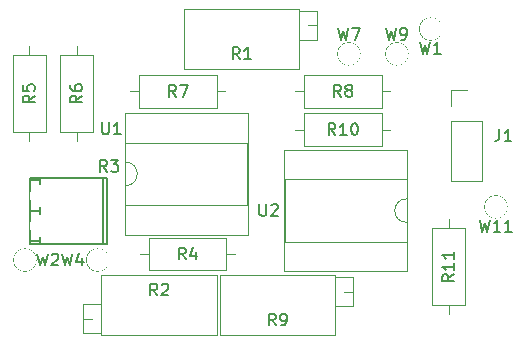
<source format=gto>
G04 #@! TF.GenerationSoftware,KiCad,Pcbnew,(5.1.4)-1*
G04 #@! TF.CreationDate,2019-09-10T00:12:13+02:00*
G04 #@! TF.ProjectId,RTD,5254442e-6b69-4636-9164-5f7063625858,1.2*
G04 #@! TF.SameCoordinates,PXe4e1c0PY29f6300*
G04 #@! TF.FileFunction,Legend,Top*
G04 #@! TF.FilePolarity,Positive*
%FSLAX46Y46*%
G04 Gerber Fmt 4.6, Leading zero omitted, Abs format (unit mm)*
G04 Created by KiCad (PCBNEW (5.1.4)-1) date 2019-09-10 00:12:13*
%MOMM*%
%LPD*%
G04 APERTURE LIST*
%ADD10C,0.120000*%
%ADD11C,0.150000*%
%ADD12C,1.900000*%
%ADD13O,2.000000X2.000000*%
%ADD14R,2.000000X2.000000*%
%ADD15C,2.000000*%
%ADD16C,1.840000*%
%ADD17R,2.398980X2.398980*%
%ADD18O,2.398980X2.398980*%
%ADD19O,2.100000X2.100000*%
%ADD20R,2.100000X2.100000*%
%ADD21C,3.100000*%
G04 APERTURE END LIST*
D10*
X42465000Y11996000D02*
G75*
G03X42465000Y11996000I-950000J0D01*
G01*
X34083000Y24950000D02*
G75*
G03X34083000Y24950000I-950000J0D01*
G01*
X30019000Y24950000D02*
G75*
G03X30019000Y24950000I-950000J0D01*
G01*
X8746500Y7487500D02*
G75*
G03X8746500Y7487500I-950000J0D01*
G01*
X2587000Y7487500D02*
G75*
G03X2587000Y7487500I-950000J0D01*
G01*
X36940500Y27045500D02*
G75*
G03X36940500Y27045500I-950000J0D01*
G01*
X34015000Y6538500D02*
X34015000Y16818500D01*
X23615000Y6538500D02*
X34015000Y6538500D01*
X23615000Y16818500D02*
X23615000Y6538500D01*
X34015000Y16818500D02*
X23615000Y16818500D01*
X33955000Y9028500D02*
X33955000Y10678500D01*
X23675000Y9028500D02*
X33955000Y9028500D01*
X23675000Y14328500D02*
X23675000Y9028500D01*
X33955000Y14328500D02*
X23675000Y14328500D01*
X33955000Y12678500D02*
X33955000Y14328500D01*
X33955000Y10678500D02*
G75*
G02X33955000Y12678500I0J1000000D01*
G01*
X10089500Y19930000D02*
X10089500Y9650000D01*
X20489500Y19930000D02*
X10089500Y19930000D01*
X20489500Y9650000D02*
X20489500Y19930000D01*
X10089500Y9650000D02*
X20489500Y9650000D01*
X10149500Y17440000D02*
X10149500Y15790000D01*
X20429500Y17440000D02*
X10149500Y17440000D01*
X20429500Y12140000D02*
X20429500Y17440000D01*
X10149500Y12140000D02*
X20429500Y12140000D01*
X10149500Y13790000D02*
X10149500Y12140000D01*
X10149500Y15790000D02*
G75*
G02X10149500Y13790000I0J-1000000D01*
G01*
X37514500Y2876000D02*
X37514500Y3646000D01*
X37514500Y10956000D02*
X37514500Y10186000D01*
X38884500Y3646000D02*
X38884500Y10186000D01*
X36144500Y3646000D02*
X38884500Y3646000D01*
X36144500Y10186000D02*
X36144500Y3646000D01*
X38884500Y10186000D02*
X36144500Y10186000D01*
X24521000Y18536500D02*
X25291000Y18536500D01*
X32601000Y18536500D02*
X31831000Y18536500D01*
X25291000Y17166500D02*
X31831000Y17166500D01*
X25291000Y19906500D02*
X25291000Y17166500D01*
X31831000Y19906500D02*
X25291000Y19906500D01*
X31831000Y17166500D02*
X31831000Y19906500D01*
X29441500Y4817500D02*
X28682500Y4817500D01*
X27922500Y3602500D02*
X27922500Y6032500D01*
X29441500Y3602500D02*
X29441500Y6032500D01*
X29441500Y6032500D02*
X27922500Y6032500D01*
X29441500Y3602500D02*
X27922500Y3602500D01*
X18151500Y1137500D02*
X18151500Y6207500D01*
X27921500Y1137500D02*
X27921500Y6207500D01*
X27921500Y6207500D02*
X18151500Y6207500D01*
X27921500Y1137500D02*
X18151500Y1137500D01*
X24521000Y21775000D02*
X25291000Y21775000D01*
X32601000Y21775000D02*
X31831000Y21775000D01*
X25291000Y20405000D02*
X31831000Y20405000D01*
X25291000Y23145000D02*
X25291000Y20405000D01*
X31831000Y23145000D02*
X25291000Y23145000D01*
X31831000Y20405000D02*
X31831000Y23145000D01*
X10551000Y21775000D02*
X11321000Y21775000D01*
X18631000Y21775000D02*
X17861000Y21775000D01*
X11321000Y20405000D02*
X17861000Y20405000D01*
X11321000Y23145000D02*
X11321000Y20405000D01*
X17861000Y23145000D02*
X11321000Y23145000D01*
X17861000Y20405000D02*
X17861000Y23145000D01*
X6018500Y17544500D02*
X6018500Y18314500D01*
X6018500Y25624500D02*
X6018500Y24854500D01*
X7388500Y18314500D02*
X7388500Y24854500D01*
X4648500Y18314500D02*
X7388500Y18314500D01*
X4648500Y24854500D02*
X4648500Y18314500D01*
X7388500Y24854500D02*
X4648500Y24854500D01*
X2018000Y17544500D02*
X2018000Y18314500D01*
X2018000Y25624500D02*
X2018000Y24854500D01*
X3388000Y18314500D02*
X3388000Y24854500D01*
X648000Y18314500D02*
X3388000Y18314500D01*
X648000Y24854500D02*
X648000Y18314500D01*
X3388000Y24854500D02*
X648000Y24854500D01*
X11376500Y7995500D02*
X12146500Y7995500D01*
X19456500Y7995500D02*
X18686500Y7995500D01*
X12146500Y6625500D02*
X18686500Y6625500D01*
X12146500Y9365500D02*
X12146500Y6625500D01*
X18686500Y9365500D02*
X12146500Y9365500D01*
X18686500Y6625500D02*
X18686500Y9365500D01*
D11*
X8609300Y14477580D02*
X2110500Y14477580D01*
X8609300Y8879420D02*
X8609300Y14477580D01*
X2110500Y8879420D02*
X8609300Y8879420D01*
X2110500Y14477580D02*
X2110500Y8879420D01*
X8210520Y14477580D02*
X8210520Y8879420D01*
X2110500Y11678500D02*
X2909540Y11678500D01*
X2909540Y9077540D02*
X2110500Y9077540D01*
X2110500Y14279460D02*
X2909540Y14279460D01*
X2909540Y8879420D02*
X2909540Y14477580D01*
D10*
X6598500Y2537500D02*
X7357500Y2537500D01*
X8117500Y3752500D02*
X8117500Y1322500D01*
X6598500Y3752500D02*
X6598500Y1322500D01*
X6598500Y1322500D02*
X8117500Y1322500D01*
X6598500Y3752500D02*
X8117500Y3752500D01*
X17888500Y6217500D02*
X17888500Y1147500D01*
X8118500Y6217500D02*
X8118500Y1147500D01*
X8118500Y1147500D02*
X17888500Y1147500D01*
X8118500Y6217500D02*
X17888500Y6217500D01*
X26393500Y27360000D02*
X25634500Y27360000D01*
X24874500Y26145000D02*
X24874500Y28575000D01*
X26393500Y26145000D02*
X26393500Y28575000D01*
X26393500Y28575000D02*
X24874500Y28575000D01*
X26393500Y26145000D02*
X24874500Y26145000D01*
X15103500Y23680000D02*
X15103500Y28750000D01*
X24873500Y23680000D02*
X24873500Y28750000D01*
X24873500Y28750000D02*
X15103500Y28750000D01*
X24873500Y23680000D02*
X15103500Y23680000D01*
X37708500Y21898500D02*
X39038500Y21898500D01*
X37708500Y20568500D02*
X37708500Y21898500D01*
X37708500Y19298500D02*
X40368500Y19298500D01*
X40368500Y19298500D02*
X40368500Y14158500D01*
X37708500Y19298500D02*
X37708500Y14158500D01*
X37708500Y14158500D02*
X40368500Y14158500D01*
D11*
X40134047Y10895620D02*
X40372142Y9895620D01*
X40562619Y10609905D01*
X40753095Y9895620D01*
X40991190Y10895620D01*
X41895952Y9895620D02*
X41324523Y9895620D01*
X41610238Y9895620D02*
X41610238Y10895620D01*
X41515000Y10752762D01*
X41419761Y10657524D01*
X41324523Y10609905D01*
X42848333Y9895620D02*
X42276904Y9895620D01*
X42562619Y9895620D02*
X42562619Y10895620D01*
X42467380Y10752762D01*
X42372142Y10657524D01*
X42276904Y10609905D01*
X32228238Y27145620D02*
X32466333Y26145620D01*
X32656809Y26859905D01*
X32847285Y26145620D01*
X33085380Y27145620D01*
X33513952Y26145620D02*
X33704428Y26145620D01*
X33799666Y26193239D01*
X33847285Y26240858D01*
X33942523Y26383715D01*
X33990142Y26574191D01*
X33990142Y26955143D01*
X33942523Y27050381D01*
X33894904Y27098000D01*
X33799666Y27145620D01*
X33609190Y27145620D01*
X33513952Y27098000D01*
X33466333Y27050381D01*
X33418714Y26955143D01*
X33418714Y26717048D01*
X33466333Y26621810D01*
X33513952Y26574191D01*
X33609190Y26526572D01*
X33799666Y26526572D01*
X33894904Y26574191D01*
X33942523Y26621810D01*
X33990142Y26717048D01*
X28164238Y27145620D02*
X28402333Y26145620D01*
X28592809Y26859905D01*
X28783285Y26145620D01*
X29021380Y27145620D01*
X29307095Y27145620D02*
X29973761Y27145620D01*
X29545190Y26145620D01*
X4796238Y8035120D02*
X5034333Y7035120D01*
X5224809Y7749405D01*
X5415285Y7035120D01*
X5653380Y8035120D01*
X6462904Y7701786D02*
X6462904Y7035120D01*
X6224809Y8082739D02*
X5986714Y7368453D01*
X6605761Y7368453D01*
X2700738Y8035120D02*
X2938833Y7035120D01*
X3129309Y7749405D01*
X3319785Y7035120D01*
X3557880Y8035120D01*
X3891214Y7939881D02*
X3938833Y7987500D01*
X4034071Y8035120D01*
X4272166Y8035120D01*
X4367404Y7987500D01*
X4415023Y7939881D01*
X4462642Y7844643D01*
X4462642Y7749405D01*
X4415023Y7606548D01*
X3843595Y7035120D01*
X4462642Y7035120D01*
X35085738Y25945120D02*
X35323833Y24945120D01*
X35514309Y25659405D01*
X35704785Y24945120D01*
X35942880Y25945120D01*
X36847642Y24945120D02*
X36276214Y24945120D01*
X36561928Y24945120D02*
X36561928Y25945120D01*
X36466690Y25802262D01*
X36371452Y25707024D01*
X36276214Y25659405D01*
X21497095Y12225120D02*
X21497095Y11415596D01*
X21544714Y11320358D01*
X21592333Y11272739D01*
X21687571Y11225120D01*
X21878047Y11225120D01*
X21973285Y11272739D01*
X22020904Y11320358D01*
X22068523Y11415596D01*
X22068523Y12225120D01*
X22497095Y12129881D02*
X22544714Y12177500D01*
X22639952Y12225120D01*
X22878047Y12225120D01*
X22973285Y12177500D01*
X23020904Y12129881D01*
X23068523Y12034643D01*
X23068523Y11939405D01*
X23020904Y11796548D01*
X22449476Y11225120D01*
X23068523Y11225120D01*
X8177595Y19147620D02*
X8177595Y18338096D01*
X8225214Y18242858D01*
X8272833Y18195239D01*
X8368071Y18147620D01*
X8558547Y18147620D01*
X8653785Y18195239D01*
X8701404Y18242858D01*
X8749023Y18338096D01*
X8749023Y19147620D01*
X9749023Y18147620D02*
X9177595Y18147620D01*
X9463309Y18147620D02*
X9463309Y19147620D01*
X9368071Y19004762D01*
X9272833Y18909524D01*
X9177595Y18861905D01*
X37966880Y6273143D02*
X37490690Y5939810D01*
X37966880Y5701715D02*
X36966880Y5701715D01*
X36966880Y6082667D01*
X37014500Y6177905D01*
X37062119Y6225524D01*
X37157357Y6273143D01*
X37300214Y6273143D01*
X37395452Y6225524D01*
X37443071Y6177905D01*
X37490690Y6082667D01*
X37490690Y5701715D01*
X37966880Y7225524D02*
X37966880Y6654096D01*
X37966880Y6939810D02*
X36966880Y6939810D01*
X37109738Y6844572D01*
X37204976Y6749334D01*
X37252595Y6654096D01*
X37966880Y8177905D02*
X37966880Y7606477D01*
X37966880Y7892191D02*
X36966880Y7892191D01*
X37109738Y7796953D01*
X37204976Y7701715D01*
X37252595Y7606477D01*
X27918142Y18084120D02*
X27584809Y18560310D01*
X27346714Y18084120D02*
X27346714Y19084120D01*
X27727666Y19084120D01*
X27822904Y19036500D01*
X27870523Y18988881D01*
X27918142Y18893643D01*
X27918142Y18750786D01*
X27870523Y18655548D01*
X27822904Y18607929D01*
X27727666Y18560310D01*
X27346714Y18560310D01*
X28870523Y18084120D02*
X28299095Y18084120D01*
X28584809Y18084120D02*
X28584809Y19084120D01*
X28489571Y18941262D01*
X28394333Y18846024D01*
X28299095Y18798405D01*
X29489571Y19084120D02*
X29584809Y19084120D01*
X29680047Y19036500D01*
X29727666Y18988881D01*
X29775285Y18893643D01*
X29822904Y18703167D01*
X29822904Y18465072D01*
X29775285Y18274596D01*
X29727666Y18179358D01*
X29680047Y18131739D01*
X29584809Y18084120D01*
X29489571Y18084120D01*
X29394333Y18131739D01*
X29346714Y18179358D01*
X29299095Y18274596D01*
X29251476Y18465072D01*
X29251476Y18703167D01*
X29299095Y18893643D01*
X29346714Y18988881D01*
X29394333Y19036500D01*
X29489571Y19084120D01*
X22869833Y1955120D02*
X22536500Y2431310D01*
X22298404Y1955120D02*
X22298404Y2955120D01*
X22679357Y2955120D01*
X22774595Y2907500D01*
X22822214Y2859881D01*
X22869833Y2764643D01*
X22869833Y2621786D01*
X22822214Y2526548D01*
X22774595Y2478929D01*
X22679357Y2431310D01*
X22298404Y2431310D01*
X23346023Y1955120D02*
X23536500Y1955120D01*
X23631738Y2002739D01*
X23679357Y2050358D01*
X23774595Y2193215D01*
X23822214Y2383691D01*
X23822214Y2764643D01*
X23774595Y2859881D01*
X23726976Y2907500D01*
X23631738Y2955120D01*
X23441261Y2955120D01*
X23346023Y2907500D01*
X23298404Y2859881D01*
X23250785Y2764643D01*
X23250785Y2526548D01*
X23298404Y2431310D01*
X23346023Y2383691D01*
X23441261Y2336072D01*
X23631738Y2336072D01*
X23726976Y2383691D01*
X23774595Y2431310D01*
X23822214Y2526548D01*
X28394333Y21322620D02*
X28061000Y21798810D01*
X27822904Y21322620D02*
X27822904Y22322620D01*
X28203857Y22322620D01*
X28299095Y22275000D01*
X28346714Y22227381D01*
X28394333Y22132143D01*
X28394333Y21989286D01*
X28346714Y21894048D01*
X28299095Y21846429D01*
X28203857Y21798810D01*
X27822904Y21798810D01*
X28965761Y21894048D02*
X28870523Y21941667D01*
X28822904Y21989286D01*
X28775285Y22084524D01*
X28775285Y22132143D01*
X28822904Y22227381D01*
X28870523Y22275000D01*
X28965761Y22322620D01*
X29156238Y22322620D01*
X29251476Y22275000D01*
X29299095Y22227381D01*
X29346714Y22132143D01*
X29346714Y22084524D01*
X29299095Y21989286D01*
X29251476Y21941667D01*
X29156238Y21894048D01*
X28965761Y21894048D01*
X28870523Y21846429D01*
X28822904Y21798810D01*
X28775285Y21703572D01*
X28775285Y21513096D01*
X28822904Y21417858D01*
X28870523Y21370239D01*
X28965761Y21322620D01*
X29156238Y21322620D01*
X29251476Y21370239D01*
X29299095Y21417858D01*
X29346714Y21513096D01*
X29346714Y21703572D01*
X29299095Y21798810D01*
X29251476Y21846429D01*
X29156238Y21894048D01*
X14424333Y21322620D02*
X14091000Y21798810D01*
X13852904Y21322620D02*
X13852904Y22322620D01*
X14233857Y22322620D01*
X14329095Y22275000D01*
X14376714Y22227381D01*
X14424333Y22132143D01*
X14424333Y21989286D01*
X14376714Y21894048D01*
X14329095Y21846429D01*
X14233857Y21798810D01*
X13852904Y21798810D01*
X14757666Y22322620D02*
X15424333Y22322620D01*
X14995761Y21322620D01*
X6470880Y21417834D02*
X5994690Y21084500D01*
X6470880Y20846405D02*
X5470880Y20846405D01*
X5470880Y21227358D01*
X5518500Y21322596D01*
X5566119Y21370215D01*
X5661357Y21417834D01*
X5804214Y21417834D01*
X5899452Y21370215D01*
X5947071Y21322596D01*
X5994690Y21227358D01*
X5994690Y20846405D01*
X5470880Y22274977D02*
X5470880Y22084500D01*
X5518500Y21989262D01*
X5566119Y21941643D01*
X5708976Y21846405D01*
X5899452Y21798786D01*
X6280404Y21798786D01*
X6375642Y21846405D01*
X6423261Y21894024D01*
X6470880Y21989262D01*
X6470880Y22179739D01*
X6423261Y22274977D01*
X6375642Y22322596D01*
X6280404Y22370215D01*
X6042309Y22370215D01*
X5947071Y22322596D01*
X5899452Y22274977D01*
X5851833Y22179739D01*
X5851833Y21989262D01*
X5899452Y21894024D01*
X5947071Y21846405D01*
X6042309Y21798786D01*
X2470380Y21417834D02*
X1994190Y21084500D01*
X2470380Y20846405D02*
X1470380Y20846405D01*
X1470380Y21227358D01*
X1518000Y21322596D01*
X1565619Y21370215D01*
X1660857Y21417834D01*
X1803714Y21417834D01*
X1898952Y21370215D01*
X1946571Y21322596D01*
X1994190Y21227358D01*
X1994190Y20846405D01*
X1470380Y22322596D02*
X1470380Y21846405D01*
X1946571Y21798786D01*
X1898952Y21846405D01*
X1851333Y21941643D01*
X1851333Y22179739D01*
X1898952Y22274977D01*
X1946571Y22322596D01*
X2041809Y22370215D01*
X2279904Y22370215D01*
X2375142Y22322596D01*
X2422761Y22274977D01*
X2470380Y22179739D01*
X2470380Y21941643D01*
X2422761Y21846405D01*
X2375142Y21798786D01*
X15249833Y7543120D02*
X14916500Y8019310D01*
X14678404Y7543120D02*
X14678404Y8543120D01*
X15059357Y8543120D01*
X15154595Y8495500D01*
X15202214Y8447881D01*
X15249833Y8352643D01*
X15249833Y8209786D01*
X15202214Y8114548D01*
X15154595Y8066929D01*
X15059357Y8019310D01*
X14678404Y8019310D01*
X16106976Y8209786D02*
X16106976Y7543120D01*
X15868880Y8590739D02*
X15630785Y7876453D01*
X16249833Y7876453D01*
X8582333Y14972620D02*
X8249000Y15448810D01*
X8010904Y14972620D02*
X8010904Y15972620D01*
X8391857Y15972620D01*
X8487095Y15925000D01*
X8534714Y15877381D01*
X8582333Y15782143D01*
X8582333Y15639286D01*
X8534714Y15544048D01*
X8487095Y15496429D01*
X8391857Y15448810D01*
X8010904Y15448810D01*
X8915666Y15972620D02*
X9534714Y15972620D01*
X9201380Y15591667D01*
X9344238Y15591667D01*
X9439476Y15544048D01*
X9487095Y15496429D01*
X9534714Y15401191D01*
X9534714Y15163096D01*
X9487095Y15067858D01*
X9439476Y15020239D01*
X9344238Y14972620D01*
X9058523Y14972620D01*
X8963285Y15020239D01*
X8915666Y15067858D01*
X12836833Y4495120D02*
X12503500Y4971310D01*
X12265404Y4495120D02*
X12265404Y5495120D01*
X12646357Y5495120D01*
X12741595Y5447500D01*
X12789214Y5399881D01*
X12836833Y5304643D01*
X12836833Y5161786D01*
X12789214Y5066548D01*
X12741595Y5018929D01*
X12646357Y4971310D01*
X12265404Y4971310D01*
X13217785Y5399881D02*
X13265404Y5447500D01*
X13360642Y5495120D01*
X13598738Y5495120D01*
X13693976Y5447500D01*
X13741595Y5399881D01*
X13789214Y5304643D01*
X13789214Y5209405D01*
X13741595Y5066548D01*
X13170166Y4495120D01*
X13789214Y4495120D01*
X19821833Y24497620D02*
X19488500Y24973810D01*
X19250404Y24497620D02*
X19250404Y25497620D01*
X19631357Y25497620D01*
X19726595Y25450000D01*
X19774214Y25402381D01*
X19821833Y25307143D01*
X19821833Y25164286D01*
X19774214Y25069048D01*
X19726595Y25021429D01*
X19631357Y24973810D01*
X19250404Y24973810D01*
X20774214Y24497620D02*
X20202785Y24497620D01*
X20488500Y24497620D02*
X20488500Y25497620D01*
X20393261Y25354762D01*
X20298023Y25259524D01*
X20202785Y25211905D01*
X41816666Y18576120D02*
X41816666Y17861834D01*
X41769047Y17718977D01*
X41673809Y17623739D01*
X41530952Y17576120D01*
X41435714Y17576120D01*
X42816666Y17576120D02*
X42245238Y17576120D01*
X42530952Y17576120D02*
X42530952Y18576120D01*
X42435714Y18433262D01*
X42340476Y18338024D01*
X42245238Y18290405D01*
%LPC*%
D12*
X41515000Y11996000D03*
X33133000Y24950000D03*
X29069000Y24950000D03*
X7796500Y7487500D03*
X1637000Y7487500D03*
X35990500Y27045500D03*
D13*
X32625000Y7868500D03*
X25005000Y15488500D03*
X30085000Y7868500D03*
X27545000Y15488500D03*
X27545000Y7868500D03*
X30085000Y15488500D03*
X25005000Y7868500D03*
D14*
X32625000Y15488500D03*
D13*
X11479500Y18600000D03*
X19099500Y10980000D03*
X14019500Y18600000D03*
X16559500Y10980000D03*
X16559500Y18600000D03*
X14019500Y10980000D03*
X19099500Y18600000D03*
D14*
X11479500Y10980000D03*
D13*
X37514500Y1836000D03*
D15*
X37514500Y11996000D03*
D13*
X23481000Y18536500D03*
D15*
X33641000Y18536500D03*
D16*
X25576500Y2407500D03*
X23036500Y4947500D03*
X20496500Y2407500D03*
D13*
X23481000Y21775000D03*
D15*
X33641000Y21775000D03*
D13*
X9511000Y21775000D03*
D15*
X19671000Y21775000D03*
D13*
X6018500Y16504500D03*
D15*
X6018500Y26664500D03*
D13*
X2018000Y16504500D03*
D15*
X2018000Y26664500D03*
D13*
X10336500Y7995500D03*
D15*
X20496500Y7995500D03*
D12*
X2970500Y12948500D03*
X2970500Y10408500D03*
D17*
X5510500Y12948500D03*
D18*
X5510500Y10408500D03*
D16*
X10463500Y4947500D03*
X13003500Y2407500D03*
X15543500Y4947500D03*
X22528500Y24950000D03*
X19988500Y27490000D03*
X17448500Y24950000D03*
D19*
X39038500Y15488500D03*
X39038500Y18028500D03*
D20*
X39038500Y20568500D03*
D21*
X32000000Y2750000D03*
X12000000Y26250000D03*
M02*

</source>
